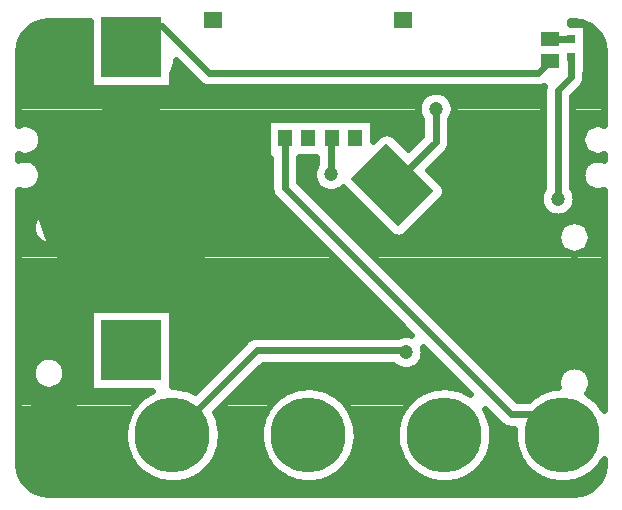
<source format=gbr>
G04 DipTrace 3.3.1.1*
G04 Top.gbr*
%MOIN*%
G04 #@! TF.FileFunction,Copper,L1,Top*
G04 #@! TF.Part,Single*
%AMOUTLINE0*
4,1,4,
0.019487,-0.139194,
-0.139194,0.019487,
-0.019487,0.139194,
0.139194,-0.019487,
0.019487,-0.139194,
0*%
G04 #@! TA.AperFunction,CopperBalancing*
%ADD14C,0.023622*%
%ADD16R,0.031496X0.031496*%
G04 #@! TA.AperFunction,ComponentPad*
%ADD17C,0.25*%
%ADD19R,0.200787X0.200787*%
%ADD20C,0.629921*%
%ADD24R,0.059055X0.051181*%
%ADD30R,0.059055X0.055118*%
%ADD31R,0.047244X0.055118*%
G04 #@! TA.AperFunction,ViaPad*
%ADD32C,0.047244*%
%ADD68OUTLINE0*%
%FSLAX26Y26*%
G04*
G70*
G90*
G75*
G01*
G04 Top*
%LPD*%
X1318898Y1618112D2*
D14*
Y1452413D1*
X2072638Y698673D1*
X2175344D1*
X2244094Y629923D1*
X1722638Y905513D2*
Y911172D1*
X1226131D1*
X944882Y629923D1*
X1472638Y1498673D2*
Y1614371D1*
X1476378Y1618112D1*
X1822638Y1717423D2*
Y1606791D1*
X1677953Y1462108D1*
X2228887Y1417423D2*
Y1779923D1*
X2272638Y1823673D1*
Y1889617D1*
Y1948672D2*
X2206004D1*
X2203887Y1950789D1*
X807081Y1921261D2*
X878243Y1992423D1*
X910138D1*
X1066387Y1836173D1*
X2164075D1*
X2203887Y1875986D1*
D32*
X1722638Y905513D3*
X1472638Y1498673D3*
X1822638Y1717423D3*
X2228887Y1417423D3*
X471232Y1985959D2*
D14*
X667961D1*
X2327126D2*
X2343717D1*
X449988Y1962469D2*
X667961D1*
X2327126D2*
X2364996D1*
X439115Y1938978D2*
X667961D1*
X2327126D2*
X2375833D1*
X434988Y1915487D2*
X667961D1*
X2327126D2*
X2379996D1*
X433877Y1891996D2*
X667961D1*
X2327126D2*
X2381108D1*
X433877Y1868505D2*
X667961D1*
X2327126D2*
X2381108D1*
X433877Y1845014D2*
X667961D1*
X951290D2*
X987043D1*
X2327126D2*
X2381108D1*
X433877Y1821524D2*
X667961D1*
X946231D2*
X1010512D1*
X2323143D2*
X2381108D1*
X433877Y1798033D2*
X667961D1*
X946231D2*
X1034554D1*
X2315786D2*
X2381108D1*
X433877Y1774542D2*
X1801902D1*
X1843371D2*
X2178327D1*
X2294005D2*
X2381108D1*
X433877Y1751051D2*
X1770575D1*
X1874698D2*
X2178327D1*
X2279436D2*
X2381108D1*
X433877Y1727560D2*
X1761136D1*
X1884135D2*
X2178327D1*
X2279436D2*
X2381108D1*
X433877Y1704070D2*
X1761783D1*
X1883490D2*
X2178327D1*
X2279436D2*
X2381108D1*
X433877Y1680579D2*
X1256534D1*
X1617480D2*
X1772081D1*
X1873190D2*
X2178327D1*
X2279436D2*
X2381108D1*
X488062Y1657088D2*
X844367D1*
X927140D2*
X1256534D1*
X1617480D2*
X1772081D1*
X1873190D2*
X2178327D1*
X2279436D2*
X2326923D1*
X505609Y1633597D2*
X822622D1*
X948886D2*
X1256534D1*
X1617480D2*
X1639346D1*
X1677587D2*
X1772081D1*
X1873190D2*
X2178327D1*
X2279436D2*
X2309340D1*
X509054Y1610106D2*
X814404D1*
X957104D2*
X1256534D1*
X1703459D2*
X1755432D1*
X1873190D2*
X2178327D1*
X2279436D2*
X2305895D1*
X501661Y1586615D2*
X814692D1*
X956816D2*
X1256534D1*
X1868777D2*
X2178327D1*
X2279436D2*
X2313287D1*
X473026Y1563125D2*
X823555D1*
X947953D2*
X1256534D1*
X1849471D2*
X2178327D1*
X2279436D2*
X2341958D1*
X487164Y1539634D2*
X846879D1*
X924629D2*
X1268340D1*
X1369449D2*
X1422104D1*
X1826003D2*
X2178327D1*
X2279436D2*
X2327783D1*
X505357Y1516143D2*
X1268340D1*
X1369449D2*
X1412881D1*
X1802499D2*
X2178327D1*
X2279436D2*
X2309627D1*
X509089Y1492652D2*
X1268340D1*
X1369449D2*
X1410584D1*
X1820908D2*
X2178327D1*
X2279436D2*
X2305858D1*
X502056Y1469161D2*
X1268340D1*
X1372678D2*
X1418049D1*
X1844412D2*
X2178327D1*
X2279436D2*
X2312928D1*
X474785Y1445671D2*
X1268806D1*
X1396147D2*
X1442163D1*
X1503117D2*
X1520857D1*
X1855751D2*
X2173589D1*
X2284172D2*
X2340164D1*
X433877Y1422180D2*
X1278997D1*
X1419651D2*
X1544361D1*
X1849615D2*
X2166699D1*
X2291062D2*
X2381108D1*
X433877Y1398689D2*
X1302106D1*
X1443119D2*
X1567865D1*
X1827008D2*
X2169535D1*
X2288264D2*
X2381108D1*
X433877Y1375198D2*
X515310D1*
X547701D2*
X1325610D1*
X1466623D2*
X1591333D1*
X1803539D2*
X2183888D1*
X2273874D2*
X2381108D1*
X433877Y1351707D2*
X482332D1*
X580678D2*
X1349079D1*
X1490127D2*
X1614837D1*
X1780035D2*
X2381108D1*
X433877Y1328217D2*
X473541D1*
X589434D2*
X1372583D1*
X1513596D2*
X1638341D1*
X1756567D2*
X2240693D1*
X2326265D2*
X2381108D1*
X433877Y1304726D2*
X475442D1*
X587533D2*
X1396087D1*
X1537100D2*
X1661810D1*
X1733063D2*
X2227201D1*
X2339757D2*
X2381108D1*
X433877Y1281235D2*
X489474D1*
X573501D2*
X1419555D1*
X1560604D2*
X2225622D1*
X2341301D2*
X2381108D1*
X433877Y1257744D2*
X1443059D1*
X1584072D2*
X2234808D1*
X2332114D2*
X2381108D1*
X433877Y1234253D2*
X1466563D1*
X1607576D2*
X2270836D1*
X2296087D2*
X2381108D1*
X433877Y1210762D2*
X1490031D1*
X1631045D2*
X2381108D1*
X433877Y1187272D2*
X1513535D1*
X1654549D2*
X2381108D1*
X433877Y1163781D2*
X1537004D1*
X1678052D2*
X2381108D1*
X433877Y1140290D2*
X1560508D1*
X1701521D2*
X2381108D1*
X433877Y1116799D2*
X1584013D1*
X1725025D2*
X2381108D1*
X433877Y1093308D2*
X1607480D1*
X1748529D2*
X2381108D1*
X433877Y1069818D2*
X1630986D1*
X1771997D2*
X2381108D1*
X433877Y1046327D2*
X667961D1*
X946231D2*
X1654490D1*
X1795501D2*
X2381108D1*
X433877Y1022836D2*
X667961D1*
X946231D2*
X1677958D1*
X1818970D2*
X2381108D1*
X433877Y999345D2*
X667961D1*
X946231D2*
X1701462D1*
X1842474D2*
X2381108D1*
X433877Y975854D2*
X667961D1*
X946231D2*
X1724929D1*
X1865978D2*
X2381108D1*
X433877Y952364D2*
X667961D1*
X946231D2*
X1198760D1*
X1889446D2*
X2381108D1*
X433877Y928873D2*
X667961D1*
X946231D2*
X1173318D1*
X1912950D2*
X2381108D1*
X433877Y905382D2*
X667961D1*
X946231D2*
X1149814D1*
X1936455D2*
X2381108D1*
X433877Y881891D2*
X496076D1*
X566934D2*
X667961D1*
X946231D2*
X1126345D1*
X1780143D2*
X1818911D1*
X1959923D2*
X2381108D1*
X433877Y858400D2*
X477488D1*
X585522D2*
X667961D1*
X946231D2*
X1102841D1*
X1243854D2*
X1683125D1*
X1762165D2*
X1842415D1*
X1983427D2*
X2263659D1*
X2303262D2*
X2381108D1*
X433877Y834909D2*
X473110D1*
X589900D2*
X667961D1*
X946231D2*
X1079373D1*
X1220386D2*
X1865883D1*
X2006932D2*
X2233623D1*
X2333333D2*
X2381108D1*
X433877Y811419D2*
X479067D1*
X583944D2*
X667961D1*
X946231D2*
X1055869D1*
X1196882D2*
X1889387D1*
X2030399D2*
X2225407D1*
X2341551D2*
X2381108D1*
X433877Y787928D2*
X501350D1*
X561660D2*
X667961D1*
X980070D2*
X1032365D1*
X1173413D2*
X1362463D1*
X1432820D2*
X1815214D1*
X1885571D2*
X1912856D1*
X2053904D2*
X2208900D1*
X2339182D2*
X2381108D1*
X433877Y764437D2*
X853374D1*
X1149909D2*
X1306126D1*
X1489159D2*
X1758877D1*
X2077371D2*
X2152562D1*
X2335594D2*
X2381108D1*
X433877Y740946D2*
X825385D1*
X1126406D2*
X1278172D1*
X1517112D2*
X1730923D1*
X2363584D2*
X2381108D1*
X433877Y717455D2*
X806941D1*
X1102937D2*
X1259692D1*
X1535592D2*
X1712442D1*
X433877Y693965D2*
X794381D1*
X1095365D2*
X1247131D1*
X1548115D2*
X1699919D1*
X433877Y670474D2*
X786307D1*
X1103440D2*
X1239058D1*
X1556190D2*
X1691845D1*
X2008941D2*
X2030340D1*
X433877Y646983D2*
X782037D1*
X1107710D2*
X1234787D1*
X1560461D2*
X1687575D1*
X2013247D2*
X2081260D1*
X433877Y623492D2*
X781283D1*
X1108499D2*
X1234034D1*
X1561249D2*
X1686785D1*
X2014000D2*
X2080470D1*
X433877Y600001D2*
X783938D1*
X1105807D2*
X1236689D1*
X1558594D2*
X1689441D1*
X2011345D2*
X2083161D1*
X433877Y576510D2*
X790255D1*
X1099528D2*
X1243005D1*
X1552278D2*
X1695756D1*
X2005029D2*
X2089441D1*
X433877Y553020D2*
X800661D1*
X1089122D2*
X1253412D1*
X1541873D2*
X1706163D1*
X1994623D2*
X2099848D1*
X434450Y529529D2*
X816163D1*
X1073584D2*
X1268913D1*
X1526335D2*
X1721701D1*
X1979121D2*
X2115386D1*
X437537Y506038D2*
X839093D1*
X1050654D2*
X1291844D1*
X1503404D2*
X1744630D1*
X1956192D2*
X2138315D1*
X2349877D2*
X2377412D1*
X447189Y482547D2*
X876772D1*
X1013010D2*
X1329522D1*
X1465762D2*
X1782273D1*
X1918513D2*
X2175993D1*
X2312198D2*
X2367795D1*
X465921Y459056D2*
X2349028D1*
X507223Y435566D2*
X2307724D1*
X2269781Y2000798D2*
X2321167D1*
X2309260Y2005727D1*
X2280997Y2009448D1*
X2269814Y2009449D1*
X2269793Y2000807D1*
X2324764Y1999327D2*
Y1837491D1*
X2320853D1*
X2320678Y1819892D1*
X2319496Y1812424D1*
X2317159Y1805232D1*
X2313726Y1798495D1*
X2309281Y1792377D1*
X2287226Y1770112D1*
X2277101Y1759987D1*
X2277077Y1453198D1*
X2282348Y1444661D1*
X2285951Y1435963D1*
X2288150Y1426808D1*
X2288888Y1417423D1*
X2288150Y1408037D1*
X2285951Y1398882D1*
X2282348Y1390184D1*
X2277429Y1382155D1*
X2271314Y1374996D1*
X2264155Y1368882D1*
X2256127Y1363962D1*
X2247429Y1360360D1*
X2238274Y1358161D1*
X2228887Y1357423D1*
X2219501Y1358161D1*
X2210346Y1360360D1*
X2201648Y1363962D1*
X2193621Y1368882D1*
X2186462Y1374996D1*
X2180346Y1382155D1*
X2175428Y1390184D1*
X2171824Y1398882D1*
X2169626Y1408037D1*
X2168887Y1417423D1*
X2169626Y1426808D1*
X2171824Y1435963D1*
X2175428Y1444661D1*
X2180346Y1452690D1*
X2180699Y1453138D1*
X2180848Y1783705D1*
X2182034Y1791186D1*
X2171613Y1788577D1*
X2164060Y1787984D1*
X1062606Y1788133D1*
X1055138Y1789316D1*
X1047946Y1791652D1*
X1041209Y1795085D1*
X1035091Y1799530D1*
X1012825Y1821585D1*
X955454Y1878957D1*
X955375Y1869276D1*
X953661Y1858451D1*
X950274Y1848029D1*
X945299Y1838264D1*
X943858Y1836108D1*
X943853Y1784490D1*
X670310D1*
Y2009448D1*
X533976Y2009450D1*
X505698Y2005727D1*
X481657Y1995769D1*
X461014Y1979928D1*
X445176Y1959285D1*
X435218Y1935244D1*
X431499Y1906982D1*
X431497Y1663913D1*
X440127Y1666774D1*
X448512Y1668102D1*
X457000D1*
X465385Y1666774D1*
X473457Y1664151D1*
X481020Y1660298D1*
X487887Y1655308D1*
X493890Y1649306D1*
X498879Y1642438D1*
X502732Y1634875D1*
X505356Y1626803D1*
X506684Y1618419D1*
Y1609930D1*
X505356Y1601546D1*
X502732Y1593474D1*
X498879Y1585911D1*
X493890Y1579043D1*
X487887Y1573041D1*
X481020Y1568051D1*
X473457Y1564198D1*
X465385Y1561575D1*
X457000Y1560247D1*
X448512D1*
X440127Y1561575D1*
X432055Y1564198D1*
X431497Y1564455D1*
Y1545782D1*
X436039Y1547512D1*
X444294Y1549493D1*
X452756Y1550159D1*
X461218Y1549493D1*
X469472Y1547512D1*
X477314Y1544262D1*
X484552Y1539828D1*
X491007Y1534315D1*
X496520Y1527861D1*
X500954Y1520622D1*
X504203Y1512781D1*
X506185Y1504526D1*
X506850Y1496064D1*
X506185Y1487602D1*
X504203Y1479348D1*
X500954Y1471507D1*
X496520Y1464268D1*
X491007Y1457814D1*
X484552Y1452301D1*
X477314Y1447866D1*
X469472Y1444617D1*
X461218Y1442635D1*
X452756Y1441970D1*
X444294Y1442635D1*
X436039Y1444617D1*
X431497Y1446345D1*
X431496Y533991D1*
X435219Y505699D1*
X445177Y481659D1*
X461018Y461016D1*
X481663Y445176D1*
X505702Y435218D1*
X533963Y431499D1*
X2280984Y431497D1*
X2309262Y435220D1*
X2333303Y445178D1*
X2353946Y461020D1*
X2369786Y481663D1*
X2379743Y505702D1*
X2383465Y533965D1*
X2383466Y548594D1*
X2374856Y535348D1*
X2369262Y528062D1*
X2363265Y521105D1*
X2356881Y514501D1*
X2350131Y508272D1*
X2343038Y502436D1*
X2335625Y497013D1*
X2327915Y492021D1*
X2319933Y487475D1*
X2311706Y483391D1*
X2303260Y479782D1*
X2294622Y476659D1*
X2285820Y474033D1*
X2276885Y471911D1*
X2267841Y470302D1*
X2258722Y469209D1*
X2249554Y468636D1*
X2240369Y468588D1*
X2231196Y469060D1*
X2222064Y470055D1*
X2213005Y471568D1*
X2204046Y473593D1*
X2195217Y476125D1*
X2186546Y479155D1*
X2178062Y482673D1*
X2169790Y486668D1*
X2161761Y491127D1*
X2153997Y496037D1*
X2146526Y501379D1*
X2139371Y507139D1*
X2132555Y513295D1*
X2126100Y519831D1*
X2120028Y526722D1*
X2114357Y533948D1*
X2109108Y541484D1*
X2104294Y549308D1*
X2099934Y557392D1*
X2096041Y565711D1*
X2092627Y574239D1*
X2089705Y582946D1*
X2087282Y591806D1*
X2085367Y600790D1*
X2083967Y609867D1*
X2083085Y619010D1*
X2082726Y628188D1*
X2082888Y637371D1*
X2084096Y650479D1*
X2068857Y650633D1*
X2061388Y651816D1*
X2054197Y654152D1*
X2047459Y657585D1*
X2041341Y662030D1*
X2019076Y684085D1*
X1986420Y716741D1*
X1993766Y703999D1*
X1997748Y695722D1*
X2001253Y687231D1*
X2004269Y678555D1*
X2006787Y669722D1*
X2008798Y660760D1*
X2010295Y651698D1*
X2011276Y642564D1*
X2011772Y629923D1*
X2011510Y620741D1*
X2010727Y611589D1*
X2009424Y602497D1*
X2007606Y593493D1*
X2005280Y584609D1*
X2002450Y575870D1*
X1999129Y567306D1*
X1995325Y558946D1*
X1991052Y550815D1*
X1986324Y542941D1*
X1981155Y535348D1*
X1975562Y528062D1*
X1969564Y521105D1*
X1963180Y514501D1*
X1956430Y508272D1*
X1949337Y502436D1*
X1941924Y497013D1*
X1934214Y492021D1*
X1926232Y487475D1*
X1918005Y483391D1*
X1909559Y479782D1*
X1900921Y476659D1*
X1892119Y474033D1*
X1883184Y471911D1*
X1874140Y470302D1*
X1865021Y469209D1*
X1855853Y468636D1*
X1846668Y468588D1*
X1837495Y469060D1*
X1828364Y470055D1*
X1819304Y471568D1*
X1810345Y473593D1*
X1801516Y476125D1*
X1792845Y479155D1*
X1784361Y482673D1*
X1776089Y486668D1*
X1768060Y491127D1*
X1760297Y496037D1*
X1752825Y501379D1*
X1745671Y507139D1*
X1738854Y513295D1*
X1732399Y519831D1*
X1726327Y526722D1*
X1720656Y533948D1*
X1715407Y541484D1*
X1710593Y549308D1*
X1706234Y557392D1*
X1702340Y565711D1*
X1698927Y574239D1*
X1696004Y582946D1*
X1693581Y591806D1*
X1691667Y600790D1*
X1690266Y609867D1*
X1689385Y619010D1*
X1689025Y628188D1*
X1689188Y637371D1*
X1689873Y646531D1*
X1691077Y655636D1*
X1692799Y664660D1*
X1695030Y673570D1*
X1697765Y682339D1*
X1700995Y690937D1*
X1704707Y699337D1*
X1708894Y707514D1*
X1713537Y715438D1*
X1718623Y723087D1*
X1724138Y730433D1*
X1730060Y737453D1*
X1736373Y744125D1*
X1743055Y750427D1*
X1750085Y756339D1*
X1757440Y761841D1*
X1765096Y766916D1*
X1773028Y771547D1*
X1781211Y775719D1*
X1789618Y779419D1*
X1798222Y782634D1*
X1806995Y785356D1*
X1815908Y787572D1*
X1824933Y789280D1*
X1834041Y790470D1*
X1843201Y791140D1*
X1852385Y791289D1*
X1861563Y790913D1*
X1870703Y790017D1*
X1879780Y788602D1*
X1888760Y786673D1*
X1897615Y784238D1*
X1906319Y781301D1*
X1914841Y777874D1*
X1923154Y773967D1*
X1931231Y769594D1*
X1937367Y765806D1*
X1779978Y923184D1*
X1781899Y914899D1*
X1782638Y905513D1*
X1781899Y896127D1*
X1779701Y886972D1*
X1776098Y878274D1*
X1771178Y870245D1*
X1765064Y863087D1*
X1757906Y856972D1*
X1749877Y852052D1*
X1741178Y848450D1*
X1732024Y846252D1*
X1722638Y845513D1*
X1713252Y846252D1*
X1704097Y848450D1*
X1695399Y852052D1*
X1687370Y856972D1*
X1680333Y862974D1*
X1246060Y862983D1*
X1087841Y704732D1*
X1092236Y695722D1*
X1095741Y687231D1*
X1098757Y678555D1*
X1101276Y669722D1*
X1103286Y660760D1*
X1104783Y651698D1*
X1105764Y642564D1*
X1106260Y629923D1*
X1105999Y620741D1*
X1105215Y611589D1*
X1103912Y602497D1*
X1102094Y593493D1*
X1099768Y584609D1*
X1096938Y575870D1*
X1093617Y567306D1*
X1089814Y558946D1*
X1085541Y550815D1*
X1080812Y542941D1*
X1075643Y535348D1*
X1070050Y528062D1*
X1064052Y521105D1*
X1057668Y514501D1*
X1050919Y508272D1*
X1043825Y502436D1*
X1036412Y497013D1*
X1028702Y492021D1*
X1020720Y487475D1*
X1012493Y483391D1*
X1004047Y479782D1*
X995409Y476659D1*
X986608Y474033D1*
X977672Y471911D1*
X968629Y470302D1*
X959509Y469209D1*
X950341Y468636D1*
X941156Y468588D1*
X931983Y469060D1*
X922852Y470055D1*
X913793Y471568D1*
X904833Y473593D1*
X896004Y476125D1*
X887333Y479155D1*
X878849Y482673D1*
X870577Y486668D1*
X862549Y491127D1*
X854785Y496037D1*
X847314Y501379D1*
X840159Y507139D1*
X833343Y513295D1*
X826887Y519831D1*
X820815Y526722D1*
X815144Y533948D1*
X809895Y541484D1*
X805081Y549308D1*
X800722Y557392D1*
X796828Y565711D1*
X793415Y574239D1*
X790492Y582946D1*
X788070Y591806D1*
X786155Y600790D1*
X784755Y609867D1*
X783873Y619010D1*
X783513Y628188D1*
X783676Y637371D1*
X784361Y646531D1*
X785566Y655636D1*
X787287Y664660D1*
X789518Y673570D1*
X792253Y682339D1*
X795483Y690937D1*
X799196Y699337D1*
X803382Y707514D1*
X808025Y715438D1*
X813112Y723087D1*
X818626Y730433D1*
X824549Y737453D1*
X830861Y744125D1*
X837543Y750427D1*
X844573Y756339D1*
X851928Y761841D1*
X859584Y766916D1*
X867516Y771547D1*
X877768Y776630D1*
X670310Y776615D1*
Y1050159D1*
X943853D1*
Y791325D1*
X956051Y790913D1*
X965192Y790017D1*
X974268Y788602D1*
X983248Y786673D1*
X992104Y784238D1*
X1000807Y781301D1*
X1009329Y777874D1*
X1019693Y772857D1*
X1194836Y947816D1*
X1200953Y952261D1*
X1207690Y955693D1*
X1214882Y958030D1*
X1222350Y959213D1*
X1253690Y959362D1*
X1696178D1*
X1704097Y962576D1*
X1713252Y964774D1*
X1722638Y965513D1*
X1732024Y964774D1*
X1740346Y962811D1*
X1282255Y1421117D1*
X1277810Y1427235D1*
X1274377Y1433972D1*
X1272041Y1441164D1*
X1270857Y1448633D1*
X1270709Y1479972D1*
Y1554146D1*
X1258898Y1554175D1*
Y1682049D1*
X1615118D1*
Y1609383D1*
X1634841Y1628963D1*
X1639459Y1632319D1*
X1644545Y1634911D1*
X1649974Y1636675D1*
X1655612Y1637567D1*
X1661320D1*
X1666958Y1636675D1*
X1672387Y1634911D1*
X1677474Y1632319D1*
X1682092Y1628963D1*
X1716668Y1594546D1*
X1729430Y1581782D1*
X1774428Y1626731D1*
X1774449Y1681681D1*
X1771479Y1686072D1*
X1767205Y1694462D1*
X1764295Y1703416D1*
X1762823Y1712715D1*
Y1722130D1*
X1764295Y1731429D1*
X1767205Y1740383D1*
X1771479Y1748773D1*
X1777013Y1756390D1*
X1783671Y1763047D1*
X1791287Y1768581D1*
X1799677Y1772856D1*
X1808631Y1775765D1*
X1817930Y1777238D1*
X1827345D1*
X1836644Y1775765D1*
X1845598Y1772856D1*
X1853988Y1768581D1*
X1861605Y1763047D1*
X1868262Y1756390D1*
X1873797Y1748773D1*
X1878071Y1740383D1*
X1880980Y1731429D1*
X1882453Y1722130D1*
Y1712715D1*
X1880980Y1703416D1*
X1878071Y1694462D1*
X1873797Y1686072D1*
X1870825Y1681707D1*
X1870678Y1603010D1*
X1869496Y1595542D1*
X1867159Y1588350D1*
X1863726Y1581613D1*
X1859281Y1575495D1*
X1837226Y1553230D1*
X1797617Y1513621D1*
X1844810Y1466245D1*
X1848165Y1461627D1*
X1850756Y1456541D1*
X1852521Y1451112D1*
X1853413Y1445474D1*
Y1439765D1*
X1852521Y1434127D1*
X1850756Y1428698D1*
X1848165Y1423613D1*
X1844810Y1418995D1*
X1810392Y1384417D1*
X1721066Y1295251D1*
X1716448Y1291895D1*
X1711362Y1289304D1*
X1705933Y1287539D1*
X1700295Y1286647D1*
X1694587D1*
X1688949Y1287539D1*
X1683520Y1289304D1*
X1678433Y1291895D1*
X1673815Y1295251D1*
X1639239Y1329668D1*
X1513852Y1455055D1*
X1507906Y1450133D1*
X1499877Y1445213D1*
X1491178Y1441610D1*
X1482024Y1439412D1*
X1472638Y1438673D1*
X1463252Y1439412D1*
X1454097Y1441610D1*
X1445399Y1445213D1*
X1437370Y1450133D1*
X1430211Y1456247D1*
X1424097Y1463406D1*
X1419177Y1471434D1*
X1415575Y1480133D1*
X1413377Y1489287D1*
X1412638Y1498673D1*
X1413377Y1508059D1*
X1415575Y1517214D1*
X1419177Y1525912D1*
X1424097Y1533941D1*
X1424450Y1534388D1*
X1424449Y1554186D1*
X1367092Y1554175D1*
X1367087Y1472386D1*
X2092597Y746864D1*
X2132887Y746862D1*
X2143786Y756339D1*
X2151140Y761841D1*
X2158797Y766916D1*
X2166728Y771547D1*
X2174912Y775719D1*
X2183319Y779419D1*
X2191923Y782634D1*
X2200696Y785356D1*
X2209609Y787572D1*
X2218634Y789280D1*
X2229352Y790588D1*
X2228092Y796349D1*
X2227402Y805119D1*
X2228092Y813890D1*
X2230146Y822444D1*
X2233512Y830571D1*
X2238109Y838072D1*
X2243822Y844762D1*
X2250512Y850475D1*
X2258013Y855072D1*
X2266140Y858438D1*
X2274694Y860492D1*
X2283465Y861182D1*
X2292235Y860492D1*
X2300789Y858438D1*
X2308916Y855072D1*
X2316417Y850475D1*
X2323108Y844762D1*
X2328820Y838072D1*
X2333417Y830571D1*
X2336783Y822444D1*
X2338837Y813890D1*
X2339528Y805119D1*
X2338837Y796349D1*
X2336783Y787795D1*
X2333417Y779668D1*
X2328820Y772167D1*
X2326213Y768858D1*
X2340276Y759507D1*
X2347492Y753824D1*
X2354374Y747741D1*
X2360899Y741276D1*
X2367045Y734450D1*
X2372793Y727286D1*
X2378123Y719806D1*
X2383454Y711251D1*
X2383465Y1446345D1*
X2378921Y1444617D1*
X2370667Y1442635D1*
X2362205Y1441970D1*
X2353743Y1442635D1*
X2345488Y1444617D1*
X2337647Y1447866D1*
X2330408Y1452301D1*
X2323954Y1457814D1*
X2318441Y1464268D1*
X2314007Y1471507D1*
X2310757Y1479348D1*
X2308776Y1487602D1*
X2308110Y1496064D1*
X2308776Y1504526D1*
X2310757Y1512781D1*
X2314007Y1520622D1*
X2318441Y1527861D1*
X2323954Y1534315D1*
X2330408Y1539828D1*
X2337647Y1544262D1*
X2345488Y1547512D1*
X2353743Y1549493D1*
X2362205Y1550159D1*
X2370667Y1549493D1*
X2378921Y1547512D1*
X2383463Y1545783D1*
X2383465Y1564404D1*
X2374833Y1561575D1*
X2366449Y1560247D1*
X2357961D1*
X2349576Y1561575D1*
X2341504Y1564198D1*
X2333941Y1568051D1*
X2327073Y1573041D1*
X2321071Y1579043D1*
X2316081Y1585911D1*
X2312228Y1593474D1*
X2309605Y1601546D1*
X2308277Y1609930D1*
Y1618419D1*
X2309605Y1626803D1*
X2312228Y1634875D1*
X2316081Y1642438D1*
X2321071Y1649306D1*
X2327073Y1655308D1*
X2333941Y1660298D1*
X2341504Y1664151D1*
X2349576Y1666774D1*
X2357961Y1668102D1*
X2366449D1*
X2374833Y1666774D1*
X2382906Y1664151D1*
X2383463Y1663894D1*
X2383465Y1906957D1*
X2379741Y1935248D1*
X2369783Y1959289D1*
X2353944Y1979930D1*
X2333299Y1995772D1*
X1558755Y620741D2*
X1557971Y611589D1*
X1556668Y602497D1*
X1554850Y593493D1*
X1552524Y584609D1*
X1549694Y575870D1*
X1546373Y567306D1*
X1542570Y558946D1*
X1538297Y550815D1*
X1533568Y542941D1*
X1528399Y535348D1*
X1522806Y528062D1*
X1516808Y521105D1*
X1510424Y514501D1*
X1503675Y508272D1*
X1496581Y502436D1*
X1489168Y497013D1*
X1481458Y492021D1*
X1473476Y487475D1*
X1465249Y483391D1*
X1456803Y479782D1*
X1448165Y476659D1*
X1439364Y474033D1*
X1430428Y471911D1*
X1421385Y470302D1*
X1412265Y469209D1*
X1403097Y468636D1*
X1393912Y468588D1*
X1384739Y469060D1*
X1375608Y470055D1*
X1366549Y471568D1*
X1357589Y473593D1*
X1348760Y476125D1*
X1340089Y479155D1*
X1331605Y482673D1*
X1323333Y486668D1*
X1315304Y491127D1*
X1307541Y496037D1*
X1300070Y501379D1*
X1292915Y507139D1*
X1286098Y513295D1*
X1279643Y519831D1*
X1273571Y526722D1*
X1267900Y533948D1*
X1262651Y541484D1*
X1257837Y549308D1*
X1253478Y557392D1*
X1249584Y565711D1*
X1246171Y574239D1*
X1243248Y582946D1*
X1240825Y591806D1*
X1238911Y600790D1*
X1237510Y609867D1*
X1236629Y619010D1*
X1236269Y628188D1*
X1236432Y637371D1*
X1237117Y646531D1*
X1238322Y655636D1*
X1240043Y664660D1*
X1242274Y673570D1*
X1245009Y682339D1*
X1248239Y690937D1*
X1251951Y699337D1*
X1256138Y707514D1*
X1260781Y715438D1*
X1265867Y723087D1*
X1271382Y730433D1*
X1277304Y737453D1*
X1283617Y744125D1*
X1290299Y750427D1*
X1297329Y756339D1*
X1304684Y761841D1*
X1312340Y766916D1*
X1320272Y771547D1*
X1328455Y775719D1*
X1336862Y779419D1*
X1345466Y782634D1*
X1354239Y785356D1*
X1363152Y787572D1*
X1372177Y789280D1*
X1381285Y790470D1*
X1390445Y791140D1*
X1399629Y791289D1*
X1408807Y790913D1*
X1417948Y790017D1*
X1427024Y788602D1*
X1436004Y786673D1*
X1444860Y784238D1*
X1453563Y781301D1*
X1462085Y777874D1*
X1470398Y773967D1*
X1478475Y769594D1*
X1486290Y764769D1*
X1493819Y759507D1*
X1501035Y753824D1*
X1507917Y747741D1*
X1514442Y741276D1*
X1520588Y734450D1*
X1526336Y727286D1*
X1531667Y719806D1*
X1536563Y712035D1*
X1541010Y703999D1*
X1544992Y695722D1*
X1548497Y687231D1*
X1551513Y678555D1*
X1554031Y669722D1*
X1556042Y660760D1*
X1557539Y651698D1*
X1558520Y642564D1*
X1559016Y629923D1*
X1558755Y620741D1*
X955375Y1593685D2*
X953661Y1582861D1*
X950274Y1572438D1*
X945299Y1562673D1*
X938857Y1553806D1*
X931108Y1546056D1*
X922240Y1539614D1*
X912475Y1534639D1*
X902052Y1531252D1*
X891228Y1529538D1*
X880268D1*
X869444Y1531252D1*
X859021Y1534639D1*
X849256Y1539614D1*
X840388Y1546056D1*
X832639Y1553806D1*
X826197Y1562673D1*
X821222Y1572438D1*
X817835Y1582861D1*
X816121Y1593685D1*
Y1604646D1*
X817835Y1615470D1*
X821222Y1625892D1*
X826197Y1635657D1*
X832639Y1644525D1*
X840388Y1652274D1*
X849256Y1658717D1*
X859021Y1663692D1*
X869444Y1667079D1*
X880268Y1668793D1*
X891228D1*
X902052Y1667079D1*
X912475Y1663692D1*
X922240Y1658717D1*
X931108Y1652274D1*
X938857Y1644525D1*
X945299Y1635657D1*
X950274Y1625892D1*
X953661Y1615470D1*
X955375Y1604646D1*
Y1593685D1*
X2339354Y1284972D2*
X2337979Y1276283D1*
X2335260Y1267917D1*
X2331266Y1260079D1*
X2326096Y1252962D1*
X2319874Y1246740D1*
X2312757Y1241570D1*
X2304919Y1237576D1*
X2296552Y1234857D1*
X2287864Y1233482D1*
X2279066D1*
X2270377Y1234857D1*
X2262010Y1237576D1*
X2254172Y1241570D1*
X2247055Y1246740D1*
X2240833Y1252962D1*
X2235663Y1260079D1*
X2231669Y1267917D1*
X2228950Y1276283D1*
X2227575Y1284972D1*
Y1293770D1*
X2228950Y1302459D1*
X2231669Y1310825D1*
X2235663Y1318664D1*
X2240833Y1325781D1*
X2247055Y1332003D1*
X2254172Y1337173D1*
X2262010Y1341167D1*
X2270377Y1343886D1*
X2279066Y1345261D1*
X2287864D1*
X2296552Y1343886D1*
X2304919Y1341167D1*
X2312757Y1337173D1*
X2319874Y1332003D1*
X2326096Y1325781D1*
X2331266Y1318664D1*
X2335260Y1310825D1*
X2337979Y1302459D1*
X2339354Y1293770D1*
Y1284972D1*
X587386Y1316469D2*
X586010Y1307780D1*
X583291Y1299413D1*
X579298Y1291575D1*
X574127Y1284458D1*
X567906Y1278236D1*
X560789Y1273066D1*
X552950Y1269072D1*
X544584Y1266353D1*
X535895Y1264978D1*
X527097D1*
X518408Y1266353D1*
X510042Y1269072D1*
X502203Y1273066D1*
X495087Y1278236D1*
X488865Y1284458D1*
X483694Y1291575D1*
X479701Y1299413D1*
X476982Y1307780D1*
X475606Y1316469D1*
Y1325266D1*
X476982Y1333955D1*
X479701Y1342322D1*
X483694Y1350160D1*
X488865Y1357277D1*
X495087Y1363499D1*
X502203Y1368669D1*
X510042Y1372663D1*
X518408Y1375382D1*
X527097Y1376757D1*
X535895D1*
X544584Y1375382D1*
X552950Y1372663D1*
X560789Y1368669D1*
X567906Y1363499D1*
X574127Y1357277D1*
X579298Y1350160D1*
X583291Y1342322D1*
X586010Y1333955D1*
X587386Y1325266D1*
Y1316469D1*
Y832217D2*
X586010Y823528D1*
X583291Y815161D1*
X579298Y807323D1*
X574127Y800206D1*
X567906Y793984D1*
X560789Y788814D1*
X552950Y784820D1*
X544584Y782101D1*
X535895Y780726D1*
X527097D1*
X518408Y782101D1*
X510042Y784820D1*
X502203Y788814D1*
X495087Y793984D1*
X488865Y800206D1*
X483694Y807323D1*
X479701Y815161D1*
X476982Y823528D1*
X475606Y832217D1*
Y841014D1*
X476982Y849703D1*
X479701Y858070D1*
X483694Y865908D1*
X488865Y873025D1*
X495087Y879247D1*
X502203Y884417D1*
X510042Y888411D1*
X518408Y891130D1*
X527097Y892505D1*
X535895D1*
X544584Y891130D1*
X552950Y888411D1*
X560789Y884417D1*
X567906Y879247D1*
X574127Y873025D1*
X579298Y865908D1*
X583291Y858070D1*
X586010Y849703D1*
X587386Y841014D1*
Y832217D1*
D16*
X2272638Y1948672D3*
Y1889617D3*
D17*
X551181Y629923D3*
X944882D3*
X1397638D3*
X1850394D3*
X2244094D3*
D19*
X807076Y913387D3*
D20*
Y1417324D3*
D19*
Y1921261D3*
D68*
X2103887Y1036173D3*
X1677953Y1462108D3*
D24*
X2203887Y1875986D3*
Y1950789D3*
D30*
X1714567Y2011812D3*
X1080709D3*
D31*
X1397638Y1618112D3*
X1476378D3*
X1318898D3*
X1240157D3*
X1555118D3*
M02*

</source>
